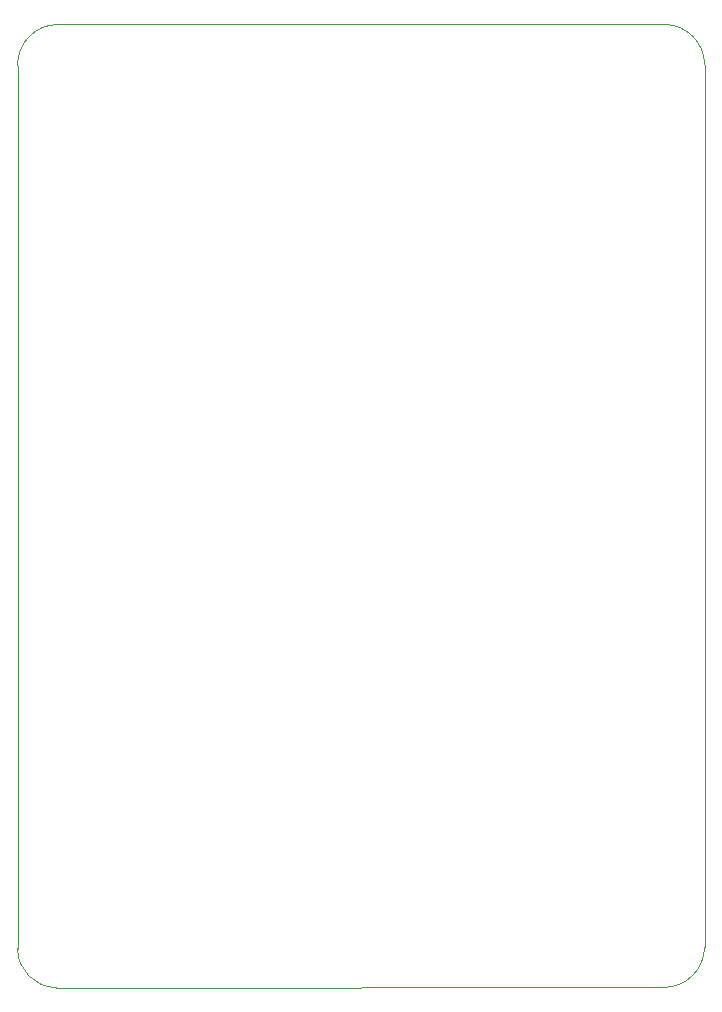
<source format=gbr>
G04 #@! TF.GenerationSoftware,KiCad,Pcbnew,5.0.1*
G04 #@! TF.CreationDate,2019-03-15T13:32:49+13:00*
G04 #@! TF.ProjectId,_autosave-baseBoard,5F6175746F736176652D62617365426F,rev?*
G04 #@! TF.SameCoordinates,Original*
G04 #@! TF.FileFunction,Profile,NP*
%FSLAX46Y46*%
G04 Gerber Fmt 4.6, Leading zero omitted, Abs format (unit mm)*
G04 Created by KiCad (PCBNEW 5.0.1) date Fri 15 Mar 2019 01:32:49 PM NZDT*
%MOMM*%
%LPD*%
G01*
G04 APERTURE LIST*
%ADD10C,0.050000*%
G04 APERTURE END LIST*
D10*
X156470000Y-49130000D02*
G75*
G03X153060000Y-45720000I-3410000J0D01*
G01*
X153000000Y-127250000D02*
G75*
G03X156469998Y-123840000I29999J3439999D01*
G01*
X98300000Y-49221833D02*
G75*
G02X101729248Y-45720000I3429248J71833D01*
G01*
X101609963Y-127266050D02*
G75*
G02X98299963Y-123956050I0J3310000D01*
G01*
X153030000Y-45720000D02*
X101730000Y-45720000D01*
X156470000Y-123840000D02*
X156470000Y-49130000D01*
X101600000Y-127260000D02*
X152990000Y-127250000D01*
X98300000Y-49230000D02*
X98300000Y-123960000D01*
M02*

</source>
